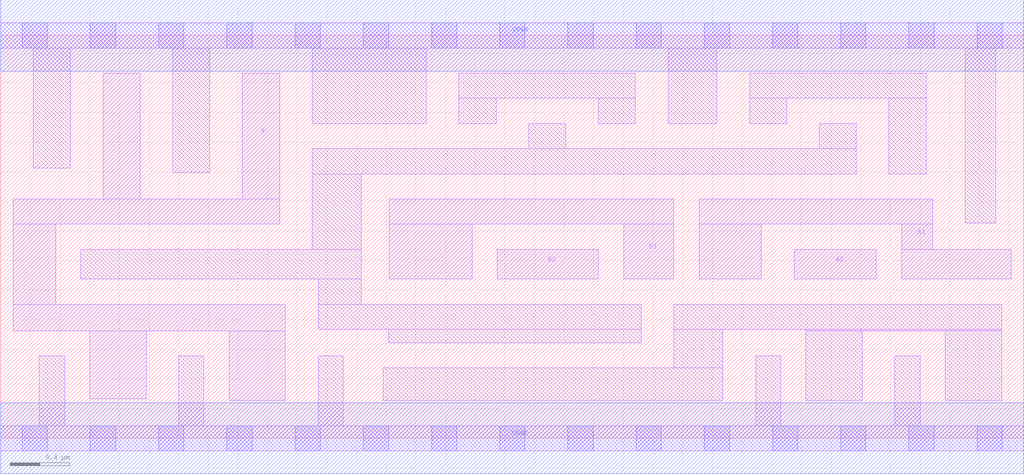
<source format=lef>
# Copyright 2020 The SkyWater PDK Authors
#
# Licensed under the Apache License, Version 2.0 (the "License");
# you may not use this file except in compliance with the License.
# You may obtain a copy of the License at
#
#     https://www.apache.org/licenses/LICENSE-2.0
#
# Unless required by applicable law or agreed to in writing, software
# distributed under the License is distributed on an "AS IS" BASIS,
# WITHOUT WARRANTIES OR CONDITIONS OF ANY KIND, either express or implied.
# See the License for the specific language governing permissions and
# limitations under the License.
#
# SPDX-License-Identifier: Apache-2.0

VERSION 5.7 ;
  NOWIREEXTENSIONATPIN ON ;
  DIVIDERCHAR "/" ;
  BUSBITCHARS "[]" ;
UNITS
  DATABASE MICRONS 200 ;
END UNITS
PROPERTYDEFINITIONS
  MACRO maskLayoutSubType STRING ;
  MACRO prCellType STRING ;
  MACRO originalViewName STRING ;
END PROPERTYDEFINITIONS
MACRO sky130_fd_sc_hdll__o22a_4
  CLASS CORE ;
  FOREIGN sky130_fd_sc_hdll__o22a_4 ;
  ORIGIN  0.000000  0.000000 ;
  SIZE  6.900000 BY  2.720000 ;
  SYMMETRY X Y R90 ;
  SITE unithd ;
  PIN A1
    ANTENNAGATEAREA  0.555000 ;
    DIRECTION INPUT ;
    USE SIGNAL ;
    PORT
      LAYER li1 ;
        RECT 4.710000 1.075000 5.130000 1.445000 ;
        RECT 4.710000 1.445000 6.285000 1.615000 ;
        RECT 6.075000 1.075000 6.815000 1.275000 ;
        RECT 6.075000 1.275000 6.285000 1.445000 ;
    END
  END A1
  PIN A2
    ANTENNAGATEAREA  0.555000 ;
    DIRECTION INPUT ;
    USE SIGNAL ;
    PORT
      LAYER li1 ;
        RECT 5.350000 1.075000 5.905000 1.275000 ;
    END
  END A2
  PIN B1
    ANTENNAGATEAREA  0.555000 ;
    DIRECTION INPUT ;
    USE SIGNAL ;
    PORT
      LAYER li1 ;
        RECT 2.620000 1.075000 3.180000 1.445000 ;
        RECT 2.620000 1.445000 4.540000 1.615000 ;
        RECT 4.200000 1.075000 4.540000 1.445000 ;
    END
  END B1
  PIN B2
    ANTENNAGATEAREA  0.555000 ;
    DIRECTION INPUT ;
    USE SIGNAL ;
    PORT
      LAYER li1 ;
        RECT 3.350000 1.075000 4.030000 1.275000 ;
    END
  END B2
  PIN VGND
    ANTENNADIFFAREA  0.942500 ;
    DIRECTION INOUT ;
    USE SIGNAL ;
    PORT
      LAYER met1 ;
        RECT 0.000000 -0.240000 6.900000 0.240000 ;
    END
  END VGND
  PIN VPWR
    ANTENNADIFFAREA  2.055000 ;
    DIRECTION INOUT ;
    USE SIGNAL ;
    PORT
      LAYER met1 ;
        RECT 0.000000 2.480000 6.900000 2.960000 ;
    END
  END VPWR
  PIN X
    ANTENNADIFFAREA  1.028500 ;
    DIRECTION OUTPUT ;
    USE SIGNAL ;
    PORT
      LAYER li1 ;
        RECT 0.085000 0.725000 1.920000 0.905000 ;
        RECT 0.085000 0.905000 0.370000 1.445000 ;
        RECT 0.085000 1.445000 1.880000 1.615000 ;
        RECT 0.600000 0.265000 0.980000 0.725000 ;
        RECT 0.690000 1.615000 0.940000 2.465000 ;
        RECT 1.540000 0.255000 1.920000 0.725000 ;
        RECT 1.630000 1.615000 1.880000 2.465000 ;
    END
  END X
  OBS
    LAYER li1 ;
      RECT 0.000000 -0.085000 6.900000 0.085000 ;
      RECT 0.000000  2.635000 6.900000 2.805000 ;
      RECT 0.220000  1.825000 0.470000 2.635000 ;
      RECT 0.260000  0.085000 0.430000 0.555000 ;
      RECT 0.540000  1.075000 2.430000 1.275000 ;
      RECT 1.160000  1.795000 1.410000 2.635000 ;
      RECT 1.200000  0.085000 1.370000 0.555000 ;
      RECT 2.100000  1.275000 2.430000 1.785000 ;
      RECT 2.100000  1.785000 5.770000 1.955000 ;
      RECT 2.100000  2.125000 2.870000 2.635000 ;
      RECT 2.140000  0.085000 2.310000 0.555000 ;
      RECT 2.140000  0.735000 4.320000 0.905000 ;
      RECT 2.140000  0.905000 2.430000 1.075000 ;
      RECT 2.580000  0.255000 4.870000 0.475000 ;
      RECT 2.615000  0.645000 4.320000 0.735000 ;
      RECT 3.090000  2.125000 3.340000 2.295000 ;
      RECT 3.090000  2.295000 4.280000 2.465000 ;
      RECT 3.560000  1.955000 3.810000 2.125000 ;
      RECT 4.030000  2.125000 4.280000 2.295000 ;
      RECT 4.500000  2.125000 4.830000 2.635000 ;
      RECT 4.540000  0.475000 4.870000 0.735000 ;
      RECT 4.540000  0.735000 6.750000 0.905000 ;
      RECT 5.050000  2.125000 5.300000 2.295000 ;
      RECT 5.050000  2.295000 6.240000 2.465000 ;
      RECT 5.090000  0.085000 5.260000 0.555000 ;
      RECT 5.430000  0.255000 5.810000 0.725000 ;
      RECT 5.430000  0.725000 6.750000 0.735000 ;
      RECT 5.520000  1.955000 5.770000 2.125000 ;
      RECT 5.990000  1.785000 6.240000 2.295000 ;
      RECT 6.030000  0.085000 6.200000 0.555000 ;
      RECT 6.370000  0.255000 6.750000 0.725000 ;
      RECT 6.505000  1.455000 6.710000 2.635000 ;
    LAYER mcon ;
      RECT 0.145000 -0.085000 0.315000 0.085000 ;
      RECT 0.145000  2.635000 0.315000 2.805000 ;
      RECT 0.605000 -0.085000 0.775000 0.085000 ;
      RECT 0.605000  2.635000 0.775000 2.805000 ;
      RECT 1.065000 -0.085000 1.235000 0.085000 ;
      RECT 1.065000  2.635000 1.235000 2.805000 ;
      RECT 1.525000 -0.085000 1.695000 0.085000 ;
      RECT 1.525000  2.635000 1.695000 2.805000 ;
      RECT 1.985000 -0.085000 2.155000 0.085000 ;
      RECT 1.985000  2.635000 2.155000 2.805000 ;
      RECT 2.445000 -0.085000 2.615000 0.085000 ;
      RECT 2.445000  2.635000 2.615000 2.805000 ;
      RECT 2.905000 -0.085000 3.075000 0.085000 ;
      RECT 2.905000  2.635000 3.075000 2.805000 ;
      RECT 3.365000 -0.085000 3.535000 0.085000 ;
      RECT 3.365000  2.635000 3.535000 2.805000 ;
      RECT 3.825000 -0.085000 3.995000 0.085000 ;
      RECT 3.825000  2.635000 3.995000 2.805000 ;
      RECT 4.285000 -0.085000 4.455000 0.085000 ;
      RECT 4.285000  2.635000 4.455000 2.805000 ;
      RECT 4.745000 -0.085000 4.915000 0.085000 ;
      RECT 4.745000  2.635000 4.915000 2.805000 ;
      RECT 5.205000 -0.085000 5.375000 0.085000 ;
      RECT 5.205000  2.635000 5.375000 2.805000 ;
      RECT 5.665000 -0.085000 5.835000 0.085000 ;
      RECT 5.665000  2.635000 5.835000 2.805000 ;
      RECT 6.125000 -0.085000 6.295000 0.085000 ;
      RECT 6.125000  2.635000 6.295000 2.805000 ;
      RECT 6.585000 -0.085000 6.755000 0.085000 ;
      RECT 6.585000  2.635000 6.755000 2.805000 ;
  END
  PROPERTY maskLayoutSubType "abstract" ;
  PROPERTY prCellType "standard" ;
  PROPERTY originalViewName "layout" ;
END sky130_fd_sc_hdll__o22a_4
END LIBRARY

</source>
